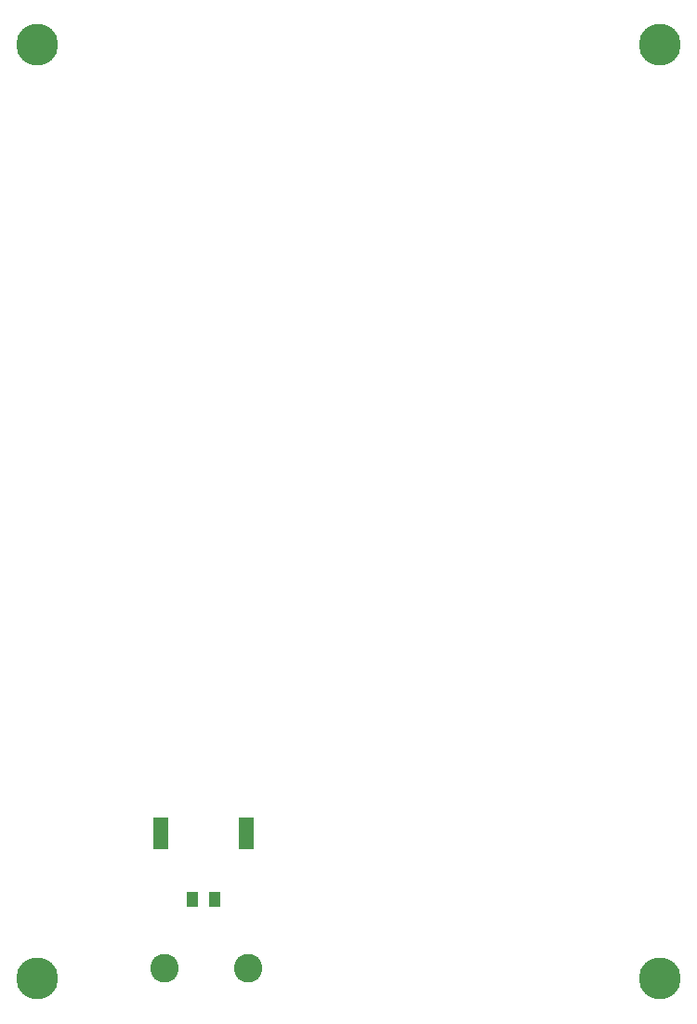
<source format=gbs>
%TF.GenerationSoftware,KiCad,Pcbnew,9.0.1*%
%TF.CreationDate,2025-04-07T03:54:42-07:00*%
%TF.ProjectId,Coil_Panel_Z,436f696c-5f50-4616-9e65-6c5f5a2e6b69,1.1*%
%TF.SameCoordinates,Original*%
%TF.FileFunction,Soldermask,Bot*%
%TF.FilePolarity,Negative*%
%FSLAX46Y46*%
G04 Gerber Fmt 4.6, Leading zero omitted, Abs format (unit mm)*
G04 Created by KiCad (PCBNEW 9.0.1) date 2025-04-07 03:54:42*
%MOMM*%
%LPD*%
G01*
G04 APERTURE LIST*
%ADD10C,2.600000*%
%ADD11C,3.800000*%
%ADD12R,1.100000X1.450000*%
%ADD13R,1.350000X2.899999*%
G04 APERTURE END LIST*
D10*
%TO.C,H3*%
X121020001Y-131156830D03*
D11*
X121020001Y-131156830D03*
%TD*%
D10*
%TO.C,H4*%
X177694001Y-46156830D03*
D11*
X177694001Y-46156830D03*
%TD*%
D10*
%TO.C,H2*%
X177694001Y-131156830D03*
D11*
X177694001Y-131156830D03*
%TD*%
D10*
%TO.C,H1*%
X121020001Y-46156830D03*
D11*
X121020001Y-46156830D03*
%TD*%
D10*
%TO.C,TP1*%
X132552858Y-130237542D03*
X140172858Y-130237542D03*
%TD*%
D12*
%TO.C,J1*%
X135172858Y-123927542D03*
X137172859Y-123927542D03*
D13*
X132277860Y-117952543D03*
X140067855Y-117952543D03*
%TD*%
M02*

</source>
